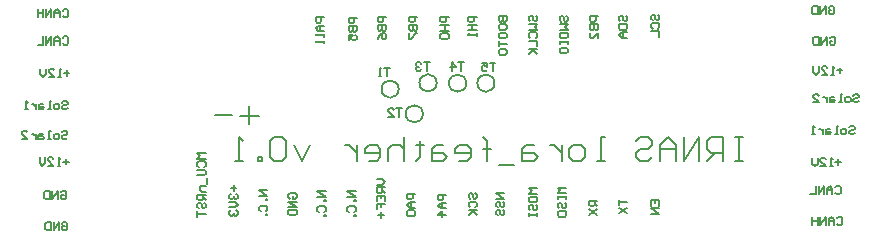
<source format=gbo>
G04 Layer_Color=32896*
%FSAX25Y25*%
%MOIN*%
G70*
G01*
G75*
%ADD50C,0.00787*%
%ADD51C,0.00591*%
D50*
X0432170Y0427953D02*
G03*
X0432170Y0427953I-0002878J0000000D01*
G01*
X0422721D02*
G03*
X0422721Y0427953I-0002878J0000000D01*
G01*
X0412878Y0428031D02*
G03*
X0412878Y0428031I-0002878J0000000D01*
G01*
X0408311Y0417717D02*
G03*
X0408311Y0417717I-0002878J0000000D01*
G01*
X0400241Y0425984D02*
G03*
X0400241Y0425984I-0002878J0000000D01*
G01*
X0338937Y0417205D02*
X0344764D01*
X0347323Y0417165D02*
X0353661D01*
X0350354Y0414213D02*
Y0420236D01*
X0514843Y0409879D02*
X0512219D01*
X0513531D01*
Y0402008D01*
X0514843D01*
X0512219D01*
X0508283D02*
Y0409879D01*
X0504347D01*
X0503035Y0408567D01*
Y0405944D01*
X0504347Y0404632D01*
X0508283D01*
X0505659D02*
X0503035Y0402008D01*
X0500412D02*
Y0409879D01*
X0495164Y0402008D01*
Y0409879D01*
X0492540Y0402008D02*
Y0407256D01*
X0489916Y0409879D01*
X0487292Y0407256D01*
Y0402008D01*
Y0405944D01*
X0492540D01*
X0479421Y0408567D02*
X0480733Y0409879D01*
X0483357D01*
X0484668Y0408567D01*
Y0407256D01*
X0483357Y0405944D01*
X0480733D01*
X0479421Y0404632D01*
Y0403320D01*
X0480733Y0402008D01*
X0483357D01*
X0484668Y0403320D01*
X0468926Y0402008D02*
X0466302D01*
X0467614D01*
Y0409879D01*
X0468926D01*
X0461054Y0402008D02*
X0458430D01*
X0457118Y0403320D01*
Y0405944D01*
X0458430Y0407256D01*
X0461054D01*
X0462366Y0405944D01*
Y0403320D01*
X0461054Y0402008D01*
X0454494Y0407256D02*
Y0402008D01*
Y0404632D01*
X0453183Y0405944D01*
X0451871Y0407256D01*
X0450559D01*
X0445311D02*
X0442687D01*
X0441375Y0405944D01*
Y0402008D01*
X0445311D01*
X0446623Y0403320D01*
X0445311Y0404632D01*
X0441375D01*
X0438752Y0400696D02*
X0433504D01*
X0429568Y0402008D02*
Y0408567D01*
Y0405944D01*
X0430880D01*
X0428256D01*
X0429568D01*
Y0408567D01*
X0428256Y0409879D01*
X0420385Y0402008D02*
X0423009D01*
X0424321Y0403320D01*
Y0405944D01*
X0423009Y0407256D01*
X0420385D01*
X0419073Y0405944D01*
Y0404632D01*
X0424321D01*
X0415137Y0407256D02*
X0412513D01*
X0411201Y0405944D01*
Y0402008D01*
X0415137D01*
X0416449Y0403320D01*
X0415137Y0404632D01*
X0411201D01*
X0407266Y0408567D02*
Y0407256D01*
X0408578D01*
X0405954D01*
X0407266D01*
Y0403320D01*
X0405954Y0402008D01*
X0402018Y0409879D02*
Y0402008D01*
Y0405944D01*
X0400706Y0407256D01*
X0398082D01*
X0396770Y0405944D01*
Y0402008D01*
X0390211D02*
X0392835D01*
X0394146Y0403320D01*
Y0405944D01*
X0392835Y0407256D01*
X0390211D01*
X0388899Y0405944D01*
Y0404632D01*
X0394146D01*
X0386275Y0407256D02*
Y0402008D01*
Y0404632D01*
X0384963Y0405944D01*
X0383651Y0407256D01*
X0382339D01*
X0370532D02*
X0367908Y0402008D01*
X0365284Y0407256D01*
X0362661Y0408567D02*
X0361349Y0409879D01*
X0358725D01*
X0357413Y0408567D01*
Y0403320D01*
X0358725Y0402008D01*
X0361349D01*
X0362661Y0403320D01*
Y0408567D01*
X0354789Y0402008D02*
Y0403320D01*
X0353477D01*
Y0402008D01*
X0354789D01*
X0348230D02*
X0345606D01*
X0346918D01*
Y0409879D01*
X0348230Y0408567D01*
D51*
X0397205Y0433109D02*
X0395368D01*
X0396286D01*
Y0430354D01*
X0394450D02*
X0393531D01*
X0393990D01*
Y0433109D01*
X0394450Y0432650D01*
X0401299Y0419566D02*
X0399463D01*
X0400381D01*
Y0416811D01*
X0396708D02*
X0398544D01*
X0396708Y0418648D01*
Y0419107D01*
X0397167Y0419566D01*
X0398085D01*
X0398544Y0419107D01*
X0410512Y0434881D02*
X0408675D01*
X0409593D01*
Y0432126D01*
X0407757Y0434422D02*
X0407298Y0434881D01*
X0406379D01*
X0405920Y0434422D01*
Y0433963D01*
X0406379Y0433503D01*
X0406839D01*
X0406379D01*
X0405920Y0433044D01*
Y0432585D01*
X0406379Y0432126D01*
X0407298D01*
X0407757Y0432585D01*
X0421969Y0434881D02*
X0420132D01*
X0421050D01*
Y0432126D01*
X0417836D02*
Y0434881D01*
X0419213Y0433503D01*
X0417377D01*
X0432441Y0434763D02*
X0430604D01*
X0431523D01*
Y0432008D01*
X0427849Y0434763D02*
X0429686D01*
Y0433385D01*
X0428768Y0433845D01*
X0428308D01*
X0427849Y0433385D01*
Y0432467D01*
X0428308Y0432008D01*
X0429227D01*
X0429686Y0432467D01*
X0375315Y0449921D02*
X0372560D01*
Y0448544D01*
X0373019Y0448085D01*
X0373937D01*
X0374397Y0448544D01*
Y0449921D01*
X0375315Y0447166D02*
X0373478D01*
X0372560Y0446248D01*
X0373478Y0445330D01*
X0375315D01*
X0373937D01*
Y0447166D01*
X0375315Y0444411D02*
Y0443493D01*
Y0443952D01*
X0372560D01*
X0373019Y0444411D01*
X0375315Y0442115D02*
Y0441197D01*
Y0441656D01*
X0372560D01*
X0373019Y0442115D01*
X0386260Y0449685D02*
X0383505D01*
Y0448308D01*
X0383964Y0447848D01*
X0384882D01*
X0385342Y0448308D01*
Y0449685D01*
X0383505Y0446930D02*
X0386260D01*
Y0445552D01*
X0385801Y0445093D01*
X0385342D01*
X0384882Y0445552D01*
Y0446930D01*
Y0445552D01*
X0384423Y0445093D01*
X0383964D01*
X0383505Y0445552D01*
Y0446930D01*
Y0442338D02*
Y0444175D01*
X0384882D01*
X0384423Y0443257D01*
Y0442798D01*
X0384882Y0442338D01*
X0385801D01*
X0386260Y0442798D01*
Y0443716D01*
X0385801Y0444175D01*
X0395984Y0450039D02*
X0393229D01*
Y0448662D01*
X0393688Y0448203D01*
X0394607D01*
X0395066Y0448662D01*
Y0450039D01*
X0393229Y0447284D02*
X0395984D01*
Y0445907D01*
X0395525Y0445448D01*
X0395066D01*
X0394607Y0445907D01*
Y0447284D01*
Y0445907D01*
X0394148Y0445448D01*
X0393688D01*
X0393229Y0445907D01*
Y0447284D01*
Y0442693D02*
X0393688Y0443611D01*
X0394607Y0444529D01*
X0395525D01*
X0395984Y0444070D01*
Y0443152D01*
X0395525Y0442693D01*
X0395066D01*
X0394607Y0443152D01*
Y0444529D01*
X0406457Y0450039D02*
X0403702D01*
Y0448662D01*
X0404161Y0448203D01*
X0405079D01*
X0405538Y0448662D01*
Y0450039D01*
X0403702Y0447284D02*
X0406457D01*
Y0445907D01*
X0405998Y0445448D01*
X0405538D01*
X0405079Y0445907D01*
Y0447284D01*
Y0445907D01*
X0404620Y0445448D01*
X0404161D01*
X0403702Y0445907D01*
Y0447284D01*
Y0444529D02*
Y0442693D01*
X0404161D01*
X0405998Y0444529D01*
X0406457D01*
X0416890Y0450039D02*
X0414135D01*
Y0448662D01*
X0414594Y0448203D01*
X0415512D01*
X0415971Y0448662D01*
Y0450039D01*
X0414135Y0447284D02*
X0416890D01*
X0415512D01*
Y0445448D01*
X0414135D01*
X0416890D01*
X0414594Y0444529D02*
X0414135Y0444070D01*
Y0443152D01*
X0414594Y0442693D01*
X0416431D01*
X0416890Y0443152D01*
Y0444070D01*
X0416431Y0444529D01*
X0414594D01*
X0426181Y0450118D02*
X0423426D01*
Y0448741D01*
X0423885Y0448281D01*
X0424804D01*
X0425263Y0448741D01*
Y0450118D01*
X0423426Y0447363D02*
X0426181D01*
X0424804D01*
Y0445526D01*
X0423426D01*
X0426181D01*
Y0444608D02*
Y0443690D01*
Y0444149D01*
X0423426D01*
X0423885Y0444608D01*
X0433505Y0450315D02*
X0436260D01*
Y0448937D01*
X0435801Y0448478D01*
X0435342D01*
X0434882Y0448937D01*
Y0450315D01*
Y0448937D01*
X0434423Y0448478D01*
X0433964D01*
X0433505Y0448937D01*
Y0450315D01*
Y0446182D02*
Y0447101D01*
X0433964Y0447560D01*
X0435801D01*
X0436260Y0447101D01*
Y0446182D01*
X0435801Y0445723D01*
X0433964D01*
X0433505Y0446182D01*
Y0443427D02*
Y0444346D01*
X0433964Y0444805D01*
X0435801D01*
X0436260Y0444346D01*
Y0443427D01*
X0435801Y0442968D01*
X0433964D01*
X0433505Y0443427D01*
Y0442050D02*
Y0440213D01*
Y0441132D01*
X0436260D01*
X0433964Y0439295D02*
X0433505Y0438836D01*
Y0437917D01*
X0433964Y0437458D01*
X0435801D01*
X0436260Y0437917D01*
Y0438836D01*
X0435801Y0439295D01*
X0433964D01*
X0444122Y0448557D02*
X0443662Y0449016D01*
Y0449934D01*
X0444122Y0450394D01*
X0444581D01*
X0445040Y0449934D01*
Y0449016D01*
X0445499Y0448557D01*
X0445958D01*
X0446417Y0449016D01*
Y0449934D01*
X0445958Y0450394D01*
X0443662Y0447639D02*
X0446417D01*
X0445499Y0446720D01*
X0446417Y0445802D01*
X0443662D01*
X0444122Y0443047D02*
X0443662Y0443506D01*
Y0444424D01*
X0444122Y0444884D01*
X0445958D01*
X0446417Y0444424D01*
Y0443506D01*
X0445958Y0443047D01*
X0443662Y0442129D02*
X0446417D01*
Y0440292D01*
X0443662Y0439374D02*
X0446417D01*
X0445499D01*
X0443662Y0437537D01*
X0445040Y0438914D01*
X0446417Y0437537D01*
X0454318Y0448478D02*
X0453859Y0448937D01*
Y0449856D01*
X0454318Y0450315D01*
X0454777D01*
X0455237Y0449856D01*
Y0448937D01*
X0455696Y0448478D01*
X0456155D01*
X0456614Y0448937D01*
Y0449856D01*
X0456155Y0450315D01*
X0453859Y0447560D02*
X0456614D01*
X0455696Y0446642D01*
X0456614Y0445723D01*
X0453859D01*
Y0444805D02*
X0456614D01*
Y0443427D01*
X0456155Y0442968D01*
X0454318D01*
X0453859Y0443427D01*
Y0444805D01*
Y0442050D02*
Y0441132D01*
Y0441591D01*
X0456614D01*
Y0442050D01*
Y0441132D01*
X0453859Y0438377D02*
Y0439295D01*
X0454318Y0439754D01*
X0456155D01*
X0456614Y0439295D01*
Y0438377D01*
X0456155Y0437917D01*
X0454318D01*
X0453859Y0438377D01*
X0466772Y0450276D02*
X0464017D01*
Y0448898D01*
X0464476Y0448439D01*
X0465394D01*
X0465853Y0448898D01*
Y0450276D01*
X0464017Y0447521D02*
X0466772D01*
Y0446143D01*
X0466313Y0445684D01*
X0465853D01*
X0465394Y0446143D01*
Y0447521D01*
Y0446143D01*
X0464935Y0445684D01*
X0464476D01*
X0464017Y0446143D01*
Y0447521D01*
X0466772Y0442929D02*
Y0444766D01*
X0464935Y0442929D01*
X0464476D01*
X0464017Y0443388D01*
Y0444306D01*
X0464476Y0444766D01*
X0474122Y0448557D02*
X0473662Y0449016D01*
Y0449934D01*
X0474122Y0450394D01*
X0474581D01*
X0475040Y0449934D01*
Y0449016D01*
X0475499Y0448557D01*
X0475958D01*
X0476417Y0449016D01*
Y0449934D01*
X0475958Y0450394D01*
X0473662Y0447639D02*
X0476417D01*
Y0446261D01*
X0475958Y0445802D01*
X0474122D01*
X0473662Y0446261D01*
Y0447639D01*
X0476417Y0444884D02*
X0474581D01*
X0473662Y0443965D01*
X0474581Y0443047D01*
X0476417D01*
X0475040D01*
Y0444884D01*
X0484830Y0448911D02*
X0484371Y0449370D01*
Y0450289D01*
X0484830Y0450748D01*
X0485289D01*
X0485748Y0450289D01*
Y0449370D01*
X0486208Y0448911D01*
X0486667D01*
X0487126Y0449370D01*
Y0450289D01*
X0486667Y0450748D01*
X0484830Y0446156D02*
X0484371Y0446616D01*
Y0447534D01*
X0484830Y0447993D01*
X0486667D01*
X0487126Y0447534D01*
Y0446616D01*
X0486667Y0446156D01*
X0484371Y0445238D02*
X0487126D01*
Y0443401D01*
X0484253Y0387140D02*
Y0388976D01*
X0487008D01*
Y0387140D01*
X0485630Y0388976D02*
Y0388058D01*
X0487008Y0386221D02*
X0484253D01*
X0487008Y0384385D01*
X0484253D01*
X0473505Y0389134D02*
Y0387297D01*
Y0388215D01*
X0476260D01*
X0473505Y0386379D02*
X0476260Y0384542D01*
X0473505D02*
X0476260Y0386379D01*
X0466457Y0388701D02*
X0463702D01*
Y0387323D01*
X0464161Y0386864D01*
X0465079D01*
X0465538Y0387323D01*
Y0388701D01*
Y0387783D02*
X0466457Y0386864D01*
X0463702Y0385946D02*
X0466457Y0384109D01*
X0463702D02*
X0466457Y0385946D01*
X0455984Y0393150D02*
X0453229D01*
X0454148Y0392231D01*
X0453229Y0391313D01*
X0455984D01*
X0453229Y0390395D02*
Y0389476D01*
Y0389935D01*
X0455984D01*
Y0390395D01*
Y0389476D01*
X0453688Y0386262D02*
X0453229Y0386721D01*
Y0387640D01*
X0453688Y0388099D01*
X0454148D01*
X0454607Y0387640D01*
Y0386721D01*
X0455066Y0386262D01*
X0455525D01*
X0455984Y0386721D01*
Y0387640D01*
X0455525Y0388099D01*
X0453229Y0383966D02*
Y0384885D01*
X0453688Y0385344D01*
X0455525D01*
X0455984Y0384885D01*
Y0383966D01*
X0455525Y0383507D01*
X0453688D01*
X0453229Y0383966D01*
X0446378Y0392874D02*
X0443623D01*
X0444541Y0391956D01*
X0443623Y0391037D01*
X0446378D01*
X0443623Y0388741D02*
Y0389660D01*
X0444082Y0390119D01*
X0445919D01*
X0446378Y0389660D01*
Y0388741D01*
X0445919Y0388282D01*
X0444082D01*
X0443623Y0388741D01*
X0444082Y0385527D02*
X0443623Y0385986D01*
Y0386905D01*
X0444082Y0387364D01*
X0444541D01*
X0445000Y0386905D01*
Y0385986D01*
X0445460Y0385527D01*
X0445919D01*
X0446378Y0385986D01*
Y0386905D01*
X0445919Y0387364D01*
X0443623Y0384609D02*
Y0383691D01*
Y0384150D01*
X0446378D01*
Y0384609D01*
Y0383691D01*
X0435472Y0391220D02*
X0432717D01*
X0435472Y0389384D01*
X0432717D01*
X0433177Y0386629D02*
X0432717Y0387088D01*
Y0388006D01*
X0433177Y0388465D01*
X0433636D01*
X0434095Y0388006D01*
Y0387088D01*
X0434554Y0386629D01*
X0435013D01*
X0435472Y0387088D01*
Y0388006D01*
X0435013Y0388465D01*
X0433177Y0383874D02*
X0432717Y0384333D01*
Y0385251D01*
X0433177Y0385710D01*
X0433636D01*
X0434095Y0385251D01*
Y0384333D01*
X0434554Y0383874D01*
X0435013D01*
X0435472Y0384333D01*
Y0385251D01*
X0435013Y0385710D01*
X0423964Y0389384D02*
X0423505Y0389843D01*
Y0390761D01*
X0423964Y0391220D01*
X0424423D01*
X0424882Y0390761D01*
Y0389843D01*
X0425342Y0389384D01*
X0425801D01*
X0426260Y0389843D01*
Y0390761D01*
X0425801Y0391220D01*
X0423964Y0386629D02*
X0423505Y0387088D01*
Y0388006D01*
X0423964Y0388465D01*
X0425801D01*
X0426260Y0388006D01*
Y0387088D01*
X0425801Y0386629D01*
X0423505Y0385710D02*
X0426260D01*
X0425342D01*
X0423505Y0383874D01*
X0424882Y0385251D01*
X0426260Y0383874D01*
X0416063Y0390787D02*
X0413308D01*
Y0389410D01*
X0413767Y0388951D01*
X0414685D01*
X0415145Y0389410D01*
Y0390787D01*
X0416063Y0388032D02*
X0414226D01*
X0413308Y0387114D01*
X0414226Y0386196D01*
X0416063D01*
X0414685D01*
Y0388032D01*
X0416063Y0383900D02*
X0413308D01*
X0414685Y0385277D01*
Y0383441D01*
X0405748Y0391063D02*
X0402993D01*
Y0389686D01*
X0403452Y0389226D01*
X0404370D01*
X0404830Y0389686D01*
Y0391063D01*
X0405748Y0388308D02*
X0403911D01*
X0402993Y0387390D01*
X0403911Y0386471D01*
X0405748D01*
X0404370D01*
Y0388308D01*
X0403452Y0385553D02*
X0402993Y0385094D01*
Y0384175D01*
X0403452Y0383716D01*
X0405289D01*
X0405748Y0384175D01*
Y0385094D01*
X0405289Y0385553D01*
X0403452D01*
X0392914Y0395945D02*
X0394751D01*
X0395669Y0395026D01*
X0394751Y0394108D01*
X0392914D01*
X0395669Y0393190D02*
X0392914D01*
Y0391812D01*
X0393373Y0391353D01*
X0394292D01*
X0394751Y0391812D01*
Y0393190D01*
Y0392271D02*
X0395669Y0391353D01*
X0392914Y0388598D02*
Y0390435D01*
X0395669D01*
Y0388598D01*
X0394292Y0390435D02*
Y0389516D01*
X0392914Y0385843D02*
Y0387680D01*
X0394292D01*
Y0386761D01*
Y0387680D01*
X0395669D01*
X0394292Y0384925D02*
Y0383088D01*
X0393373Y0384007D02*
X0395210D01*
X0385906Y0391929D02*
X0383151D01*
X0385906Y0390092D01*
X0383151D01*
X0385906Y0389174D02*
X0385446D01*
Y0388715D01*
X0385906D01*
Y0389174D01*
X0383610Y0385042D02*
X0383151Y0385501D01*
Y0386419D01*
X0383610Y0386878D01*
X0385446D01*
X0385906Y0386419D01*
Y0385501D01*
X0385446Y0385042D01*
X0385906Y0384123D02*
X0385446D01*
Y0383664D01*
X0385906D01*
Y0384123D01*
X0375866Y0391929D02*
X0373111D01*
X0375866Y0390092D01*
X0373111D01*
X0375866Y0389174D02*
X0375407D01*
Y0388715D01*
X0375866D01*
Y0389174D01*
X0373570Y0385042D02*
X0373111Y0385501D01*
Y0386419D01*
X0373570Y0386878D01*
X0375407D01*
X0375866Y0386419D01*
Y0385501D01*
X0375407Y0385042D01*
X0375866Y0384123D02*
X0375407D01*
Y0383664D01*
X0375866D01*
Y0384123D01*
X0356457Y0392205D02*
X0353702D01*
X0356457Y0390368D01*
X0353702D01*
X0356457Y0389450D02*
X0355997D01*
Y0388990D01*
X0356457D01*
Y0389450D01*
X0354161Y0385317D02*
X0353702Y0385776D01*
Y0386695D01*
X0354161Y0387154D01*
X0355997D01*
X0356457Y0386695D01*
Y0385776D01*
X0355997Y0385317D01*
X0356457Y0384399D02*
X0355997D01*
Y0383940D01*
X0356457D01*
Y0384399D01*
X0363925Y0389384D02*
X0363465Y0389843D01*
Y0390761D01*
X0363925Y0391220D01*
X0365761D01*
X0366220Y0390761D01*
Y0389843D01*
X0365761Y0389384D01*
X0364843D01*
Y0390302D01*
X0366220Y0388465D02*
X0363465D01*
X0366220Y0386629D01*
X0363465D01*
Y0385710D02*
X0366220D01*
Y0384333D01*
X0365761Y0383874D01*
X0363925D01*
X0363465Y0384333D01*
Y0385710D01*
X0345158Y0393858D02*
Y0392022D01*
X0344240Y0392940D02*
X0346076D01*
X0344240Y0391103D02*
X0343780Y0390644D01*
Y0389726D01*
X0344240Y0389267D01*
X0344699D01*
X0345158Y0389726D01*
Y0390185D01*
Y0389726D01*
X0345617Y0389267D01*
X0346076D01*
X0346535Y0389726D01*
Y0390644D01*
X0346076Y0391103D01*
X0343780Y0388348D02*
X0345617D01*
X0346535Y0387430D01*
X0345617Y0386511D01*
X0343780D01*
X0344240Y0385593D02*
X0343780Y0385134D01*
Y0384216D01*
X0344240Y0383756D01*
X0344699D01*
X0345158Y0384216D01*
Y0384675D01*
Y0384216D01*
X0345617Y0383756D01*
X0346076D01*
X0346535Y0384216D01*
Y0385134D01*
X0346076Y0385593D01*
X0335906Y0404606D02*
X0333151D01*
X0334069Y0403688D01*
X0333151Y0402770D01*
X0335906D01*
X0333610Y0400015D02*
X0333151Y0400474D01*
Y0401392D01*
X0333610Y0401851D01*
X0335446D01*
X0335906Y0401392D01*
Y0400474D01*
X0335446Y0400015D01*
X0333151Y0399096D02*
X0335446D01*
X0335906Y0398637D01*
Y0397719D01*
X0335446Y0397260D01*
X0333151D01*
X0336365Y0396341D02*
Y0394505D01*
X0335906Y0393586D02*
X0334069D01*
Y0392209D01*
X0334528Y0391750D01*
X0335906D01*
Y0390831D02*
X0333151D01*
Y0389454D01*
X0333610Y0388995D01*
X0334528D01*
X0334987Y0389454D01*
Y0390831D01*
Y0389913D02*
X0335906Y0388995D01*
X0333610Y0386240D02*
X0333151Y0386699D01*
Y0387617D01*
X0333610Y0388076D01*
X0334069D01*
X0334528Y0387617D01*
Y0386699D01*
X0334987Y0386240D01*
X0335446D01*
X0335906Y0386699D01*
Y0387617D01*
X0335446Y0388076D01*
X0333151Y0385321D02*
Y0383485D01*
Y0384403D01*
X0335906D01*
X0546274Y0383004D02*
X0546733Y0383464D01*
X0547651D01*
X0548110Y0383004D01*
Y0381168D01*
X0547651Y0380709D01*
X0546733D01*
X0546274Y0381168D01*
X0545355Y0380709D02*
Y0382545D01*
X0544437Y0383464D01*
X0543518Y0382545D01*
Y0380709D01*
Y0382086D01*
X0545355D01*
X0542600Y0380709D02*
Y0383464D01*
X0540764Y0380709D01*
Y0383464D01*
X0539845D02*
Y0380709D01*
Y0382086D01*
X0538008D01*
Y0383464D01*
Y0380709D01*
X0545722Y0393241D02*
X0546181Y0393700D01*
X0547100D01*
X0547559Y0393241D01*
Y0391404D01*
X0547100Y0390945D01*
X0546181D01*
X0545722Y0391404D01*
X0544804Y0390945D02*
Y0392782D01*
X0543886Y0393700D01*
X0542967Y0392782D01*
Y0390945D01*
Y0392322D01*
X0544804D01*
X0542049Y0390945D02*
Y0393700D01*
X0540212Y0390945D01*
Y0393700D01*
X0539294D02*
Y0390945D01*
X0537457D01*
X0548110Y0432204D02*
X0546274D01*
X0547192Y0433123D02*
Y0431286D01*
X0545355Y0430827D02*
X0544437D01*
X0544896D01*
Y0433582D01*
X0545355Y0433123D01*
X0541223Y0430827D02*
X0543059D01*
X0541223Y0432663D01*
Y0433123D01*
X0541682Y0433582D01*
X0542600D01*
X0543059Y0433123D01*
X0540304Y0433582D02*
Y0431745D01*
X0539386Y0430827D01*
X0538468Y0431745D01*
Y0433582D01*
X0550407Y0413201D02*
X0550867Y0413660D01*
X0551785D01*
X0552244Y0413201D01*
Y0412742D01*
X0551785Y0412283D01*
X0550867D01*
X0550407Y0411824D01*
Y0411365D01*
X0550867Y0410906D01*
X0551785D01*
X0552244Y0411365D01*
X0549030Y0410906D02*
X0548112D01*
X0547652Y0411365D01*
Y0412283D01*
X0548112Y0412742D01*
X0549030D01*
X0549489Y0412283D01*
Y0411365D01*
X0549030Y0410906D01*
X0546734D02*
X0545816D01*
X0546275D01*
Y0413660D01*
X0546734D01*
X0543979Y0412742D02*
X0543061D01*
X0542601Y0412283D01*
Y0410906D01*
X0543979D01*
X0544438Y0411365D01*
X0543979Y0411824D01*
X0542601D01*
X0541683Y0412742D02*
Y0410906D01*
Y0411824D01*
X0541224Y0412283D01*
X0540765Y0412742D01*
X0540306D01*
X0538928Y0410906D02*
X0538010D01*
X0538469D01*
Y0413660D01*
X0538928Y0413201D01*
X0551746Y0423831D02*
X0552205Y0424290D01*
X0553124D01*
X0553583Y0423831D01*
Y0423372D01*
X0553124Y0422913D01*
X0552205D01*
X0551746Y0422454D01*
Y0421995D01*
X0552205Y0421535D01*
X0553124D01*
X0553583Y0421995D01*
X0550368Y0421535D02*
X0549450D01*
X0548991Y0421995D01*
Y0422913D01*
X0549450Y0423372D01*
X0550368D01*
X0550828Y0422913D01*
Y0421995D01*
X0550368Y0421535D01*
X0548073D02*
X0547154D01*
X0547613D01*
Y0424290D01*
X0548073D01*
X0545318Y0423372D02*
X0544399D01*
X0543940Y0422913D01*
Y0421535D01*
X0545318D01*
X0545777Y0421995D01*
X0545318Y0422454D01*
X0543940D01*
X0543022Y0423372D02*
Y0421535D01*
Y0422454D01*
X0542563Y0422913D01*
X0542103Y0423372D01*
X0541644D01*
X0538430Y0421535D02*
X0540267D01*
X0538430Y0423372D01*
Y0423831D01*
X0538889Y0424290D01*
X0539808D01*
X0540267Y0423831D01*
X0547638Y0401614D02*
X0545801D01*
X0546720Y0402532D02*
Y0400695D01*
X0544883Y0400236D02*
X0543964D01*
X0544424D01*
Y0402991D01*
X0544883Y0402532D01*
X0540750Y0400236D02*
X0542587D01*
X0540750Y0402073D01*
Y0402532D01*
X0541209Y0402991D01*
X0542128D01*
X0542587Y0402532D01*
X0539832Y0402991D02*
Y0401155D01*
X0538914Y0400236D01*
X0537995Y0401155D01*
Y0402991D01*
X0543833Y0443044D02*
X0544292Y0443503D01*
X0545210D01*
X0545669Y0443044D01*
Y0441207D01*
X0545210Y0440748D01*
X0544292D01*
X0543833Y0441207D01*
Y0442126D01*
X0544751D01*
X0542914Y0440748D02*
Y0443503D01*
X0541078Y0440748D01*
Y0443503D01*
X0540159D02*
Y0440748D01*
X0538782D01*
X0538323Y0441207D01*
Y0443044D01*
X0538782Y0443503D01*
X0540159D01*
X0543518Y0453162D02*
X0543977Y0453621D01*
X0544895D01*
X0545354Y0453162D01*
Y0451325D01*
X0544895Y0450866D01*
X0543977D01*
X0543518Y0451325D01*
Y0452244D01*
X0544436D01*
X0542599Y0450866D02*
Y0453621D01*
X0540763Y0450866D01*
Y0453621D01*
X0539844D02*
Y0450866D01*
X0538467D01*
X0538008Y0451325D01*
Y0453162D01*
X0538467Y0453621D01*
X0539844D01*
X0287927Y0381154D02*
X0288386Y0381613D01*
X0289305D01*
X0289764Y0381154D01*
Y0379317D01*
X0289305Y0378858D01*
X0288386D01*
X0287927Y0379317D01*
Y0380236D01*
X0288845D01*
X0287009Y0378858D02*
Y0381613D01*
X0285172Y0378858D01*
Y0381613D01*
X0284254D02*
Y0378858D01*
X0282876D01*
X0282417Y0379317D01*
Y0381154D01*
X0282876Y0381613D01*
X0284254D01*
X0287573Y0391548D02*
X0288032Y0392007D01*
X0288950D01*
X0289409Y0391548D01*
Y0389711D01*
X0288950Y0389252D01*
X0288032D01*
X0287573Y0389711D01*
Y0390630D01*
X0288491D01*
X0286654Y0389252D02*
Y0392007D01*
X0284818Y0389252D01*
Y0392007D01*
X0283899D02*
Y0389252D01*
X0282522D01*
X0282063Y0389711D01*
Y0391548D01*
X0282522Y0392007D01*
X0283899D01*
X0290433Y0431338D02*
X0288596D01*
X0289515Y0432257D02*
Y0430420D01*
X0287678Y0429961D02*
X0286760D01*
X0287219D01*
Y0432716D01*
X0287678Y0432257D01*
X0283545Y0429961D02*
X0285382D01*
X0283545Y0431797D01*
Y0432257D01*
X0284005Y0432716D01*
X0284923D01*
X0285382Y0432257D01*
X0282627Y0432716D02*
Y0430879D01*
X0281709Y0429961D01*
X0280790Y0430879D01*
Y0432716D01*
X0287927Y0411587D02*
X0288386Y0412046D01*
X0289305D01*
X0289764Y0411587D01*
Y0411128D01*
X0289305Y0410669D01*
X0288386D01*
X0287927Y0410210D01*
Y0409751D01*
X0288386Y0409291D01*
X0289305D01*
X0289764Y0409751D01*
X0286550Y0409291D02*
X0285631D01*
X0285172Y0409751D01*
Y0410669D01*
X0285631Y0411128D01*
X0286550D01*
X0287009Y0410669D01*
Y0409751D01*
X0286550Y0409291D01*
X0284254D02*
X0283335D01*
X0283795D01*
Y0412046D01*
X0284254D01*
X0281499Y0411128D02*
X0280580D01*
X0280121Y0410669D01*
Y0409291D01*
X0281499D01*
X0281958Y0409751D01*
X0281499Y0410210D01*
X0280121D01*
X0279203Y0411128D02*
Y0409291D01*
Y0410210D01*
X0278744Y0410669D01*
X0278285Y0411128D01*
X0277825D01*
X0274611Y0409291D02*
X0276448D01*
X0274611Y0411128D01*
Y0411587D01*
X0275070Y0412046D01*
X0275989D01*
X0276448Y0411587D01*
X0288006Y0421508D02*
X0288465Y0421968D01*
X0289383D01*
X0289843Y0421508D01*
Y0421049D01*
X0289383Y0420590D01*
X0288465D01*
X0288006Y0420131D01*
Y0419672D01*
X0288465Y0419213D01*
X0289383D01*
X0289843Y0419672D01*
X0286628Y0419213D02*
X0285710D01*
X0285251Y0419672D01*
Y0420590D01*
X0285710Y0421049D01*
X0286628D01*
X0287087Y0420590D01*
Y0419672D01*
X0286628Y0419213D01*
X0284332D02*
X0283414D01*
X0283873D01*
Y0421968D01*
X0284332D01*
X0281577Y0421049D02*
X0280659D01*
X0280200Y0420590D01*
Y0419213D01*
X0281577D01*
X0282037Y0419672D01*
X0281577Y0420131D01*
X0280200D01*
X0279282Y0421049D02*
Y0419213D01*
Y0420131D01*
X0278822Y0420590D01*
X0278363Y0421049D01*
X0277904D01*
X0276527Y0419213D02*
X0275608D01*
X0276067D01*
Y0421968D01*
X0276527Y0421508D01*
X0290197Y0401811D02*
X0288360D01*
X0289279Y0402729D02*
Y0400892D01*
X0287442Y0400433D02*
X0286524D01*
X0286983D01*
Y0403188D01*
X0287442Y0402729D01*
X0283309Y0400433D02*
X0285146D01*
X0283309Y0402270D01*
Y0402729D01*
X0283769Y0403188D01*
X0284687D01*
X0285146Y0402729D01*
X0282391Y0403188D02*
Y0401351D01*
X0281473Y0400433D01*
X0280554Y0401351D01*
Y0403188D01*
X0288163Y0443083D02*
X0288622Y0443542D01*
X0289541D01*
X0290000Y0443083D01*
Y0441247D01*
X0289541Y0440787D01*
X0288622D01*
X0288163Y0441247D01*
X0287245Y0440787D02*
Y0442624D01*
X0286327Y0443542D01*
X0285408Y0442624D01*
Y0440787D01*
Y0442165D01*
X0287245D01*
X0284490Y0440787D02*
Y0443542D01*
X0282653Y0440787D01*
Y0443542D01*
X0281735D02*
Y0440787D01*
X0279898D01*
X0288163Y0452138D02*
X0288622Y0452598D01*
X0289541D01*
X0290000Y0452138D01*
Y0450302D01*
X0289541Y0449843D01*
X0288622D01*
X0288163Y0450302D01*
X0287245Y0449843D02*
Y0451679D01*
X0286327Y0452598D01*
X0285408Y0451679D01*
Y0449843D01*
Y0451220D01*
X0287245D01*
X0284490Y0449843D02*
Y0452598D01*
X0282653Y0449843D01*
Y0452598D01*
X0281735D02*
Y0449843D01*
Y0451220D01*
X0279898D01*
Y0452598D01*
Y0449843D01*
M02*

</source>
